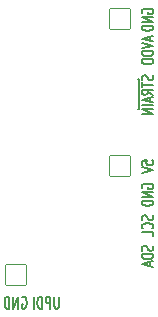
<source format=gbr>
%TF.GenerationSoftware,KiCad,Pcbnew,7.0.7*%
%TF.CreationDate,2023-09-04T20:39:43-04:00*%
%TF.ProjectId,PRJ,50524a2e-6b69-4636-9164-5f7063625858,rev?*%
%TF.SameCoordinates,Original*%
%TF.FileFunction,Legend,Bot*%
%TF.FilePolarity,Positive*%
%FSLAX46Y46*%
G04 Gerber Fmt 4.6, Leading zero omitted, Abs format (unit mm)*
G04 Created by KiCad (PCBNEW 7.0.7) date 2023-09-04 20:39:43*
%MOMM*%
%LPD*%
G01*
G04 APERTURE LIST*
G04 Aperture macros list*
%AMRoundRect*
0 Rectangle with rounded corners*
0 $1 Rounding radius*
0 $2 $3 $4 $5 $6 $7 $8 $9 X,Y pos of 4 corners*
0 Add a 4 corners polygon primitive as box body*
4,1,4,$2,$3,$4,$5,$6,$7,$8,$9,$2,$3,0*
0 Add four circle primitives for the rounded corners*
1,1,$1+$1,$2,$3*
1,1,$1+$1,$4,$5*
1,1,$1+$1,$6,$7*
1,1,$1+$1,$8,$9*
0 Add four rect primitives between the rounded corners*
20,1,$1+$1,$2,$3,$4,$5,0*
20,1,$1+$1,$4,$5,$6,$7,0*
20,1,$1+$1,$6,$7,$8,$9,0*
20,1,$1+$1,$8,$9,$2,$3,0*%
G04 Aperture macros list end*
%ADD10C,0.150000*%
%ADD11RoundRect,0.038000X-0.850000X-0.850000X0.850000X-0.850000X0.850000X0.850000X-0.850000X0.850000X0*%
%ADD12O,1.776000X1.776000*%
%ADD13C,0.876000*%
%ADD14C,6.476000*%
%ADD15RoundRect,0.038000X0.850000X-0.850000X0.850000X0.850000X-0.850000X0.850000X-0.850000X-0.850000X0*%
G04 APERTURE END LIST*
D10*
X132650000Y-99200000D02*
X132525000Y-99200000D01*
X132650000Y-96650000D02*
X132650000Y-99200000D01*
X132525000Y-96650000D02*
X132650000Y-96650000D01*
X125866666Y-115054819D02*
X125866666Y-115864342D01*
X125866666Y-115864342D02*
X125833333Y-115959580D01*
X125833333Y-115959580D02*
X125799999Y-116007200D01*
X125799999Y-116007200D02*
X125733333Y-116054819D01*
X125733333Y-116054819D02*
X125599999Y-116054819D01*
X125599999Y-116054819D02*
X125533333Y-116007200D01*
X125533333Y-116007200D02*
X125499999Y-115959580D01*
X125499999Y-115959580D02*
X125466666Y-115864342D01*
X125466666Y-115864342D02*
X125466666Y-115054819D01*
X125133333Y-116054819D02*
X125133333Y-115054819D01*
X125133333Y-115054819D02*
X124866666Y-115054819D01*
X124866666Y-115054819D02*
X124800000Y-115102438D01*
X124800000Y-115102438D02*
X124766666Y-115150057D01*
X124766666Y-115150057D02*
X124733333Y-115245295D01*
X124733333Y-115245295D02*
X124733333Y-115388152D01*
X124733333Y-115388152D02*
X124766666Y-115483390D01*
X124766666Y-115483390D02*
X124800000Y-115531009D01*
X124800000Y-115531009D02*
X124866666Y-115578628D01*
X124866666Y-115578628D02*
X125133333Y-115578628D01*
X124433333Y-116054819D02*
X124433333Y-115054819D01*
X124433333Y-115054819D02*
X124266666Y-115054819D01*
X124266666Y-115054819D02*
X124166666Y-115102438D01*
X124166666Y-115102438D02*
X124100000Y-115197676D01*
X124100000Y-115197676D02*
X124066666Y-115292914D01*
X124066666Y-115292914D02*
X124033333Y-115483390D01*
X124033333Y-115483390D02*
X124033333Y-115626247D01*
X124033333Y-115626247D02*
X124066666Y-115816723D01*
X124066666Y-115816723D02*
X124100000Y-115911961D01*
X124100000Y-115911961D02*
X124166666Y-116007200D01*
X124166666Y-116007200D02*
X124266666Y-116054819D01*
X124266666Y-116054819D02*
X124433333Y-116054819D01*
X123733333Y-116054819D02*
X123733333Y-115054819D01*
X133807200Y-110750000D02*
X133854819Y-110850000D01*
X133854819Y-110850000D02*
X133854819Y-111016667D01*
X133854819Y-111016667D02*
X133807200Y-111083333D01*
X133807200Y-111083333D02*
X133759580Y-111116667D01*
X133759580Y-111116667D02*
X133664342Y-111150000D01*
X133664342Y-111150000D02*
X133569104Y-111150000D01*
X133569104Y-111150000D02*
X133473866Y-111116667D01*
X133473866Y-111116667D02*
X133426247Y-111083333D01*
X133426247Y-111083333D02*
X133378628Y-111016667D01*
X133378628Y-111016667D02*
X133331009Y-110883333D01*
X133331009Y-110883333D02*
X133283390Y-110816667D01*
X133283390Y-110816667D02*
X133235771Y-110783333D01*
X133235771Y-110783333D02*
X133140533Y-110750000D01*
X133140533Y-110750000D02*
X133045295Y-110750000D01*
X133045295Y-110750000D02*
X132950057Y-110783333D01*
X132950057Y-110783333D02*
X132902438Y-110816667D01*
X132902438Y-110816667D02*
X132854819Y-110883333D01*
X132854819Y-110883333D02*
X132854819Y-111050000D01*
X132854819Y-111050000D02*
X132902438Y-111150000D01*
X133854819Y-111450000D02*
X132854819Y-111450000D01*
X132854819Y-111450000D02*
X132854819Y-111616667D01*
X132854819Y-111616667D02*
X132902438Y-111716667D01*
X132902438Y-111716667D02*
X132997676Y-111783334D01*
X132997676Y-111783334D02*
X133092914Y-111816667D01*
X133092914Y-111816667D02*
X133283390Y-111850000D01*
X133283390Y-111850000D02*
X133426247Y-111850000D01*
X133426247Y-111850000D02*
X133616723Y-111816667D01*
X133616723Y-111816667D02*
X133711961Y-111783334D01*
X133711961Y-111783334D02*
X133807200Y-111716667D01*
X133807200Y-111716667D02*
X133854819Y-111616667D01*
X133854819Y-111616667D02*
X133854819Y-111450000D01*
X133569104Y-112116667D02*
X133569104Y-112450000D01*
X133854819Y-112050000D02*
X132854819Y-112283334D01*
X132854819Y-112283334D02*
X133854819Y-112516667D01*
X132854819Y-103866667D02*
X132854819Y-103533333D01*
X132854819Y-103533333D02*
X133331009Y-103500000D01*
X133331009Y-103500000D02*
X133283390Y-103533333D01*
X133283390Y-103533333D02*
X133235771Y-103600000D01*
X133235771Y-103600000D02*
X133235771Y-103766667D01*
X133235771Y-103766667D02*
X133283390Y-103833333D01*
X133283390Y-103833333D02*
X133331009Y-103866667D01*
X133331009Y-103866667D02*
X133426247Y-103900000D01*
X133426247Y-103900000D02*
X133664342Y-103900000D01*
X133664342Y-103900000D02*
X133759580Y-103866667D01*
X133759580Y-103866667D02*
X133807200Y-103833333D01*
X133807200Y-103833333D02*
X133854819Y-103766667D01*
X133854819Y-103766667D02*
X133854819Y-103600000D01*
X133854819Y-103600000D02*
X133807200Y-103533333D01*
X133807200Y-103533333D02*
X133759580Y-103500000D01*
X132854819Y-104100000D02*
X133854819Y-104333334D01*
X133854819Y-104333334D02*
X132854819Y-104566667D01*
X133569104Y-93033333D02*
X133569104Y-93366666D01*
X133854819Y-92966666D02*
X132854819Y-93200000D01*
X132854819Y-93200000D02*
X133854819Y-93433333D01*
X132854819Y-93566666D02*
X133854819Y-93800000D01*
X133854819Y-93800000D02*
X132854819Y-94033333D01*
X133854819Y-94266666D02*
X132854819Y-94266666D01*
X132854819Y-94266666D02*
X132854819Y-94433333D01*
X132854819Y-94433333D02*
X132902438Y-94533333D01*
X132902438Y-94533333D02*
X132997676Y-94600000D01*
X132997676Y-94600000D02*
X133092914Y-94633333D01*
X133092914Y-94633333D02*
X133283390Y-94666666D01*
X133283390Y-94666666D02*
X133426247Y-94666666D01*
X133426247Y-94666666D02*
X133616723Y-94633333D01*
X133616723Y-94633333D02*
X133711961Y-94600000D01*
X133711961Y-94600000D02*
X133807200Y-94533333D01*
X133807200Y-94533333D02*
X133854819Y-94433333D01*
X133854819Y-94433333D02*
X133854819Y-94266666D01*
X133854819Y-94966666D02*
X132854819Y-94966666D01*
X132854819Y-94966666D02*
X132854819Y-95133333D01*
X132854819Y-95133333D02*
X132902438Y-95233333D01*
X132902438Y-95233333D02*
X132997676Y-95300000D01*
X132997676Y-95300000D02*
X133092914Y-95333333D01*
X133092914Y-95333333D02*
X133283390Y-95366666D01*
X133283390Y-95366666D02*
X133426247Y-95366666D01*
X133426247Y-95366666D02*
X133616723Y-95333333D01*
X133616723Y-95333333D02*
X133711961Y-95300000D01*
X133711961Y-95300000D02*
X133807200Y-95233333D01*
X133807200Y-95233333D02*
X133854819Y-95133333D01*
X133854819Y-95133333D02*
X133854819Y-94966666D01*
X132902438Y-105866667D02*
X132854819Y-105800000D01*
X132854819Y-105800000D02*
X132854819Y-105700000D01*
X132854819Y-105700000D02*
X132902438Y-105600000D01*
X132902438Y-105600000D02*
X132997676Y-105533334D01*
X132997676Y-105533334D02*
X133092914Y-105500000D01*
X133092914Y-105500000D02*
X133283390Y-105466667D01*
X133283390Y-105466667D02*
X133426247Y-105466667D01*
X133426247Y-105466667D02*
X133616723Y-105500000D01*
X133616723Y-105500000D02*
X133711961Y-105533334D01*
X133711961Y-105533334D02*
X133807200Y-105600000D01*
X133807200Y-105600000D02*
X133854819Y-105700000D01*
X133854819Y-105700000D02*
X133854819Y-105766667D01*
X133854819Y-105766667D02*
X133807200Y-105866667D01*
X133807200Y-105866667D02*
X133759580Y-105900000D01*
X133759580Y-105900000D02*
X133426247Y-105900000D01*
X133426247Y-105900000D02*
X133426247Y-105766667D01*
X133854819Y-106200000D02*
X132854819Y-106200000D01*
X132854819Y-106200000D02*
X133854819Y-106600000D01*
X133854819Y-106600000D02*
X132854819Y-106600000D01*
X133854819Y-106933333D02*
X132854819Y-106933333D01*
X132854819Y-106933333D02*
X132854819Y-107100000D01*
X132854819Y-107100000D02*
X132902438Y-107200000D01*
X132902438Y-107200000D02*
X132997676Y-107266667D01*
X132997676Y-107266667D02*
X133092914Y-107300000D01*
X133092914Y-107300000D02*
X133283390Y-107333333D01*
X133283390Y-107333333D02*
X133426247Y-107333333D01*
X133426247Y-107333333D02*
X133616723Y-107300000D01*
X133616723Y-107300000D02*
X133711961Y-107266667D01*
X133711961Y-107266667D02*
X133807200Y-107200000D01*
X133807200Y-107200000D02*
X133854819Y-107100000D01*
X133854819Y-107100000D02*
X133854819Y-106933333D01*
X122733332Y-115102438D02*
X122799999Y-115054819D01*
X122799999Y-115054819D02*
X122899999Y-115054819D01*
X122899999Y-115054819D02*
X122999999Y-115102438D01*
X122999999Y-115102438D02*
X123066666Y-115197676D01*
X123066666Y-115197676D02*
X123099999Y-115292914D01*
X123099999Y-115292914D02*
X123133332Y-115483390D01*
X123133332Y-115483390D02*
X123133332Y-115626247D01*
X123133332Y-115626247D02*
X123099999Y-115816723D01*
X123099999Y-115816723D02*
X123066666Y-115911961D01*
X123066666Y-115911961D02*
X122999999Y-116007200D01*
X122999999Y-116007200D02*
X122899999Y-116054819D01*
X122899999Y-116054819D02*
X122833332Y-116054819D01*
X122833332Y-116054819D02*
X122733332Y-116007200D01*
X122733332Y-116007200D02*
X122699999Y-115959580D01*
X122699999Y-115959580D02*
X122699999Y-115626247D01*
X122699999Y-115626247D02*
X122833332Y-115626247D01*
X122399999Y-116054819D02*
X122399999Y-115054819D01*
X122399999Y-115054819D02*
X121999999Y-116054819D01*
X121999999Y-116054819D02*
X121999999Y-115054819D01*
X121666666Y-116054819D02*
X121666666Y-115054819D01*
X121666666Y-115054819D02*
X121499999Y-115054819D01*
X121499999Y-115054819D02*
X121399999Y-115102438D01*
X121399999Y-115102438D02*
X121333333Y-115197676D01*
X121333333Y-115197676D02*
X121299999Y-115292914D01*
X121299999Y-115292914D02*
X121266666Y-115483390D01*
X121266666Y-115483390D02*
X121266666Y-115626247D01*
X121266666Y-115626247D02*
X121299999Y-115816723D01*
X121299999Y-115816723D02*
X121333333Y-115911961D01*
X121333333Y-115911961D02*
X121399999Y-116007200D01*
X121399999Y-116007200D02*
X121499999Y-116054819D01*
X121499999Y-116054819D02*
X121666666Y-116054819D01*
X133807200Y-96300000D02*
X133854819Y-96400000D01*
X133854819Y-96400000D02*
X133854819Y-96566667D01*
X133854819Y-96566667D02*
X133807200Y-96633333D01*
X133807200Y-96633333D02*
X133759580Y-96666667D01*
X133759580Y-96666667D02*
X133664342Y-96700000D01*
X133664342Y-96700000D02*
X133569104Y-96700000D01*
X133569104Y-96700000D02*
X133473866Y-96666667D01*
X133473866Y-96666667D02*
X133426247Y-96633333D01*
X133426247Y-96633333D02*
X133378628Y-96566667D01*
X133378628Y-96566667D02*
X133331009Y-96433333D01*
X133331009Y-96433333D02*
X133283390Y-96366667D01*
X133283390Y-96366667D02*
X133235771Y-96333333D01*
X133235771Y-96333333D02*
X133140533Y-96300000D01*
X133140533Y-96300000D02*
X133045295Y-96300000D01*
X133045295Y-96300000D02*
X132950057Y-96333333D01*
X132950057Y-96333333D02*
X132902438Y-96366667D01*
X132902438Y-96366667D02*
X132854819Y-96433333D01*
X132854819Y-96433333D02*
X132854819Y-96600000D01*
X132854819Y-96600000D02*
X132902438Y-96700000D01*
X132854819Y-96900000D02*
X132854819Y-97300000D01*
X133854819Y-97100000D02*
X132854819Y-97100000D01*
X133854819Y-97933333D02*
X133378628Y-97700000D01*
X133854819Y-97533333D02*
X132854819Y-97533333D01*
X132854819Y-97533333D02*
X132854819Y-97800000D01*
X132854819Y-97800000D02*
X132902438Y-97866667D01*
X132902438Y-97866667D02*
X132950057Y-97900000D01*
X132950057Y-97900000D02*
X133045295Y-97933333D01*
X133045295Y-97933333D02*
X133188152Y-97933333D01*
X133188152Y-97933333D02*
X133283390Y-97900000D01*
X133283390Y-97900000D02*
X133331009Y-97866667D01*
X133331009Y-97866667D02*
X133378628Y-97800000D01*
X133378628Y-97800000D02*
X133378628Y-97533333D01*
X133569104Y-98200000D02*
X133569104Y-98533333D01*
X133854819Y-98133333D02*
X132854819Y-98366667D01*
X132854819Y-98366667D02*
X133854819Y-98600000D01*
X133854819Y-98833333D02*
X132854819Y-98833333D01*
X133854819Y-99166666D02*
X132854819Y-99166666D01*
X132854819Y-99166666D02*
X133854819Y-99566666D01*
X133854819Y-99566666D02*
X132854819Y-99566666D01*
X133807200Y-108166666D02*
X133854819Y-108266666D01*
X133854819Y-108266666D02*
X133854819Y-108433333D01*
X133854819Y-108433333D02*
X133807200Y-108499999D01*
X133807200Y-108499999D02*
X133759580Y-108533333D01*
X133759580Y-108533333D02*
X133664342Y-108566666D01*
X133664342Y-108566666D02*
X133569104Y-108566666D01*
X133569104Y-108566666D02*
X133473866Y-108533333D01*
X133473866Y-108533333D02*
X133426247Y-108499999D01*
X133426247Y-108499999D02*
X133378628Y-108433333D01*
X133378628Y-108433333D02*
X133331009Y-108299999D01*
X133331009Y-108299999D02*
X133283390Y-108233333D01*
X133283390Y-108233333D02*
X133235771Y-108199999D01*
X133235771Y-108199999D02*
X133140533Y-108166666D01*
X133140533Y-108166666D02*
X133045295Y-108166666D01*
X133045295Y-108166666D02*
X132950057Y-108199999D01*
X132950057Y-108199999D02*
X132902438Y-108233333D01*
X132902438Y-108233333D02*
X132854819Y-108299999D01*
X132854819Y-108299999D02*
X132854819Y-108466666D01*
X132854819Y-108466666D02*
X132902438Y-108566666D01*
X133759580Y-109266666D02*
X133807200Y-109233333D01*
X133807200Y-109233333D02*
X133854819Y-109133333D01*
X133854819Y-109133333D02*
X133854819Y-109066666D01*
X133854819Y-109066666D02*
X133807200Y-108966666D01*
X133807200Y-108966666D02*
X133711961Y-108900000D01*
X133711961Y-108900000D02*
X133616723Y-108866666D01*
X133616723Y-108866666D02*
X133426247Y-108833333D01*
X133426247Y-108833333D02*
X133283390Y-108833333D01*
X133283390Y-108833333D02*
X133092914Y-108866666D01*
X133092914Y-108866666D02*
X132997676Y-108900000D01*
X132997676Y-108900000D02*
X132902438Y-108966666D01*
X132902438Y-108966666D02*
X132854819Y-109066666D01*
X132854819Y-109066666D02*
X132854819Y-109133333D01*
X132854819Y-109133333D02*
X132902438Y-109233333D01*
X132902438Y-109233333D02*
X132950057Y-109266666D01*
X133854819Y-109900000D02*
X133854819Y-109566666D01*
X133854819Y-109566666D02*
X132854819Y-109566666D01*
X132902438Y-91066667D02*
X132854819Y-91000000D01*
X132854819Y-91000000D02*
X132854819Y-90900000D01*
X132854819Y-90900000D02*
X132902438Y-90800000D01*
X132902438Y-90800000D02*
X132997676Y-90733334D01*
X132997676Y-90733334D02*
X133092914Y-90700000D01*
X133092914Y-90700000D02*
X133283390Y-90666667D01*
X133283390Y-90666667D02*
X133426247Y-90666667D01*
X133426247Y-90666667D02*
X133616723Y-90700000D01*
X133616723Y-90700000D02*
X133711961Y-90733334D01*
X133711961Y-90733334D02*
X133807200Y-90800000D01*
X133807200Y-90800000D02*
X133854819Y-90900000D01*
X133854819Y-90900000D02*
X133854819Y-90966667D01*
X133854819Y-90966667D02*
X133807200Y-91066667D01*
X133807200Y-91066667D02*
X133759580Y-91100000D01*
X133759580Y-91100000D02*
X133426247Y-91100000D01*
X133426247Y-91100000D02*
X133426247Y-90966667D01*
X133854819Y-91400000D02*
X132854819Y-91400000D01*
X132854819Y-91400000D02*
X133854819Y-91800000D01*
X133854819Y-91800000D02*
X132854819Y-91800000D01*
X133854819Y-92133333D02*
X132854819Y-92133333D01*
X132854819Y-92133333D02*
X132854819Y-92300000D01*
X132854819Y-92300000D02*
X132902438Y-92400000D01*
X132902438Y-92400000D02*
X132997676Y-92466667D01*
X132997676Y-92466667D02*
X133092914Y-92500000D01*
X133092914Y-92500000D02*
X133283390Y-92533333D01*
X133283390Y-92533333D02*
X133426247Y-92533333D01*
X133426247Y-92533333D02*
X133616723Y-92500000D01*
X133616723Y-92500000D02*
X133711961Y-92466667D01*
X133711961Y-92466667D02*
X133807200Y-92400000D01*
X133807200Y-92400000D02*
X133854819Y-92300000D01*
X133854819Y-92300000D02*
X133854819Y-92133333D01*
%LPC*%
D11*
%TO.C,J1*%
X131000000Y-91580000D03*
D12*
X131000000Y-94120000D03*
X131000000Y-96660000D03*
X131000000Y-99200000D03*
%TD*%
D13*
%TO.C,H1*%
X106100000Y-112750000D03*
X106802944Y-111052944D03*
X106802944Y-114447056D03*
X108500000Y-110350000D03*
D14*
X108500000Y-112750000D03*
D13*
X108500000Y-115150000D03*
X110197056Y-111052944D03*
X110197056Y-114447056D03*
X110900000Y-112750000D03*
%TD*%
D15*
%TO.C,J2*%
X122250000Y-113225000D03*
D12*
X124790000Y-113225000D03*
%TD*%
D11*
%TO.C,J3*%
X131025000Y-103960000D03*
D12*
X131025000Y-106500000D03*
X131025000Y-109040000D03*
X131025000Y-111580000D03*
%TD*%
D13*
%TO.C,H2*%
X123350000Y-92000000D03*
X124052944Y-90302944D03*
X124052944Y-93697056D03*
X125750000Y-89600000D03*
D14*
X125750000Y-92000000D03*
D13*
X125750000Y-94400000D03*
X127447056Y-90302944D03*
X127447056Y-93697056D03*
X128150000Y-92000000D03*
%TD*%
%LPD*%
M02*

</source>
